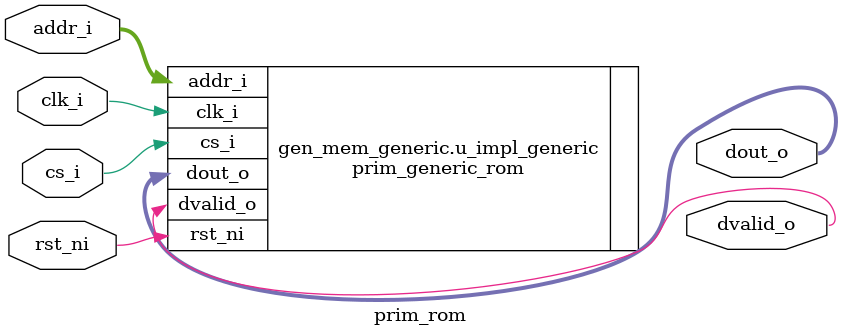
<source format=v>
module prim_rom (
	clk_i,
	rst_ni,
	addr_i,
	cs_i,
	dout_o,
	dvalid_o
);
	localparam prim_pkg_ImplGeneric = 0;
	parameter integer Impl = prim_pkg_ImplGeneric;
	parameter signed [31:0] Width = 32;
	parameter signed [31:0] Depth = 2048;
	parameter signed [31:0] Aw = $clog2(Depth);
	input clk_i;
	input rst_ni;
	input [(Aw - 1):0] addr_i;
	input cs_i;
	output wire [(Width - 1):0] dout_o;
	output wire dvalid_o;
	localparam ImplGeneric = 0;
	localparam ImplXilinx = 1;
	generate
		if ((Impl == ImplGeneric)) begin : gen_mem_generic
			prim_generic_rom #(
				.Width(Width),
				.Depth(Depth)
			) u_impl_generic(
				.clk_i(clk_i),
				.rst_ni(rst_ni),
				.addr_i(addr_i),
				.cs_i(cs_i),
				.dout_o(dout_o),
				.dvalid_o(dvalid_o)
			);
		end
		else if ((Impl == ImplXilinx)) begin : gen_rom_xilinx
			prim_xilinx_rom #(
				.Width(Width),
				.Depth(Depth)
			) u_impl_generic(
				.clk_i(clk_i),
				.addr_i(addr_i),
				.cs_i(cs_i),
				.dout_o(dout_o),
				.dvalid_o(dvalid_o)
			);
		end
	endgenerate
endmodule

</source>
